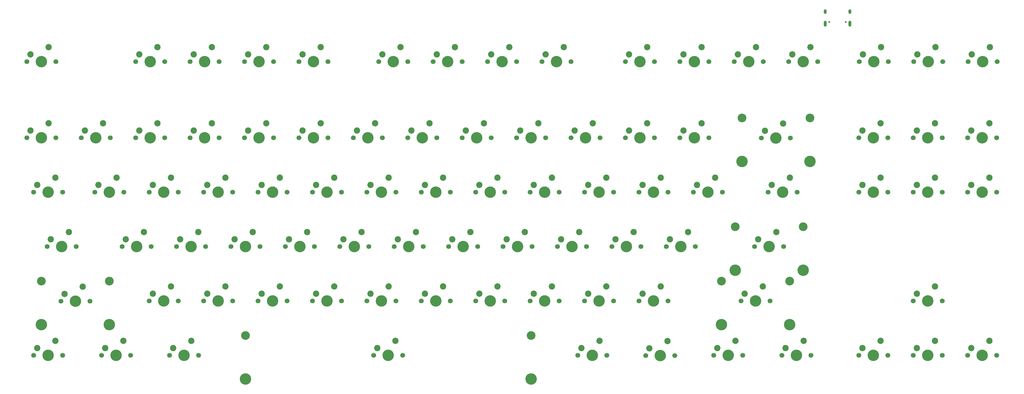
<source format=gts>
G04 #@! TF.GenerationSoftware,KiCad,Pcbnew,(6.0.10)*
G04 #@! TF.CreationDate,2023-01-01T01:58:12-05:00*
G04 #@! TF.ProjectId,2ndKeyboard,326e644b-6579-4626-9f61-72642e6b6963,rev?*
G04 #@! TF.SameCoordinates,Original*
G04 #@! TF.FileFunction,Soldermask,Top*
G04 #@! TF.FilePolarity,Negative*
%FSLAX46Y46*%
G04 Gerber Fmt 4.6, Leading zero omitted, Abs format (unit mm)*
G04 Created by KiCad (PCBNEW (6.0.10)) date 2023-01-01 01:58:12*
%MOMM*%
%LPD*%
G01*
G04 APERTURE LIST*
%ADD10C,1.700000*%
%ADD11C,4.000000*%
%ADD12C,2.200000*%
%ADD13C,3.050000*%
%ADD14C,0.650000*%
%ADD15O,1.000000X1.600000*%
%ADD16O,1.000000X2.100000*%
G04 APERTURE END LIST*
D10*
X141605000Y-82232500D03*
X131445000Y-82232500D03*
D11*
X136525000Y-82232500D03*
D12*
X139065000Y-77152500D03*
X132715000Y-79692500D03*
D10*
X221932500Y-63182500D03*
X232092500Y-63182500D03*
D11*
X227012500Y-63182500D03*
D12*
X229552500Y-58102500D03*
X223202500Y-60642500D03*
D10*
X298132500Y-36512500D03*
D11*
X303212500Y-36512500D03*
D10*
X308292500Y-36512500D03*
D12*
X305752500Y-31432500D03*
X299402500Y-33972500D03*
D11*
X127000000Y-101282500D03*
D10*
X132080000Y-101282500D03*
X121920000Y-101282500D03*
D12*
X129540000Y-96202500D03*
X123190000Y-98742500D03*
D11*
X365918750Y-63182500D03*
D10*
X370998750Y-63182500D03*
X360838750Y-63182500D03*
D12*
X368458750Y-58102500D03*
X362108750Y-60642500D03*
D10*
X198755000Y-82232500D03*
X188595000Y-82232500D03*
D11*
X193675000Y-82232500D03*
D12*
X196215000Y-77152500D03*
X189865000Y-79692500D03*
D11*
X131762500Y-36512500D03*
D10*
X136842500Y-36512500D03*
X126682500Y-36512500D03*
D12*
X134302500Y-31432500D03*
X127952500Y-33972500D03*
D10*
X112395000Y-120332500D03*
X122555000Y-120332500D03*
D11*
X117475000Y-120332500D03*
D12*
X120015000Y-115252500D03*
X113665000Y-117792500D03*
D10*
X274955000Y-120332500D03*
D11*
X269875000Y-120332500D03*
D10*
X264795000Y-120332500D03*
D12*
X272415000Y-115252500D03*
X266065000Y-117792500D03*
D10*
X236855000Y-82232500D03*
X226695000Y-82232500D03*
D11*
X231775000Y-82232500D03*
D12*
X234315000Y-77152500D03*
X227965000Y-79692500D03*
D10*
X324961250Y-139382500D03*
X314801250Y-139382500D03*
D11*
X319881250Y-139382500D03*
D12*
X322421250Y-134302500D03*
X316071250Y-136842500D03*
D10*
X352107500Y-36512500D03*
X341947500Y-36512500D03*
D11*
X347027500Y-36512500D03*
D12*
X349567500Y-31432500D03*
X343217500Y-33972500D03*
D11*
X150812500Y-36512500D03*
D10*
X145732500Y-36512500D03*
X155892500Y-36512500D03*
D12*
X153352500Y-31432500D03*
X147002500Y-33972500D03*
D11*
X246062500Y-63182500D03*
D10*
X251142500Y-63182500D03*
X240982500Y-63182500D03*
D12*
X248602500Y-58102500D03*
X242252500Y-60642500D03*
D11*
X112712500Y-36512500D03*
D10*
X117792500Y-36512500D03*
X107632500Y-36512500D03*
D12*
X115252500Y-31432500D03*
X108902500Y-33972500D03*
D10*
X360838750Y-139382500D03*
D11*
X365918750Y-139382500D03*
D10*
X370998750Y-139382500D03*
D12*
X368458750Y-134302500D03*
X362108750Y-136842500D03*
D10*
X160655000Y-82232500D03*
D11*
X155575000Y-82232500D03*
D10*
X150495000Y-82232500D03*
D12*
X158115000Y-77152500D03*
X151765000Y-79692500D03*
D11*
X235902500Y-36512500D03*
D10*
X240982500Y-36512500D03*
X230822500Y-36512500D03*
D12*
X238442500Y-31432500D03*
X232092500Y-33972500D03*
D11*
X197802500Y-36512500D03*
D10*
X192722500Y-36512500D03*
X202882500Y-36512500D03*
D12*
X200342500Y-31432500D03*
X193992500Y-33972500D03*
D10*
X301148750Y-139382500D03*
X290988750Y-139382500D03*
D11*
X296068750Y-139382500D03*
D12*
X298608750Y-134302500D03*
X292258750Y-136842500D03*
D10*
X86836250Y-139382500D03*
X76676250Y-139382500D03*
D11*
X81756250Y-139382500D03*
D12*
X84296250Y-134302500D03*
X77946250Y-136842500D03*
D11*
X131762500Y-63182500D03*
D10*
X136842500Y-63182500D03*
X126682500Y-63182500D03*
D12*
X134302500Y-58102500D03*
X127952500Y-60642500D03*
D10*
X117792500Y-63182500D03*
D11*
X112712500Y-63182500D03*
D10*
X107632500Y-63182500D03*
D12*
X115252500Y-58102500D03*
X108902500Y-60642500D03*
D10*
X274320000Y-101282500D03*
X284480000Y-101282500D03*
D11*
X279400000Y-101282500D03*
D12*
X281940000Y-96202500D03*
X275590000Y-98742500D03*
D10*
X255905000Y-82232500D03*
X245745000Y-82232500D03*
D11*
X250825000Y-82232500D03*
D12*
X253365000Y-77152500D03*
X247015000Y-79692500D03*
D11*
X105568750Y-139382500D03*
D10*
X100488750Y-139382500D03*
X110648750Y-139382500D03*
D12*
X108108750Y-134302500D03*
X101758750Y-136842500D03*
D11*
X260350000Y-101282500D03*
D10*
X265430000Y-101282500D03*
X255270000Y-101282500D03*
D12*
X262890000Y-96202500D03*
X256540000Y-98742500D03*
D11*
X117475000Y-82232500D03*
D10*
X112395000Y-82232500D03*
X122555000Y-82232500D03*
D12*
X120015000Y-77152500D03*
X113665000Y-79692500D03*
D11*
X384968750Y-139382500D03*
D10*
X390048750Y-139382500D03*
X379888750Y-139382500D03*
D12*
X387508750Y-134302500D03*
X381158750Y-136842500D03*
D10*
X279082500Y-36512500D03*
X289242500Y-36512500D03*
D11*
X284162500Y-36512500D03*
D12*
X286702500Y-31432500D03*
X280352500Y-33972500D03*
D10*
X140970000Y-101282500D03*
X151130000Y-101282500D03*
D11*
X146050000Y-101282500D03*
D12*
X148590000Y-96202500D03*
X142240000Y-98742500D03*
D10*
X93980000Y-101282500D03*
X83820000Y-101282500D03*
D11*
X88900000Y-101282500D03*
D12*
X91440000Y-96202500D03*
X85090000Y-98742500D03*
D11*
X107950000Y-101282500D03*
D10*
X102870000Y-101282500D03*
X113030000Y-101282500D03*
D12*
X110490000Y-96202500D03*
X104140000Y-98742500D03*
D11*
X136525000Y-120332500D03*
D10*
X141605000Y-120332500D03*
X131445000Y-120332500D03*
D12*
X139065000Y-115252500D03*
X132715000Y-117792500D03*
D10*
X341788750Y-82232500D03*
X351948750Y-82232500D03*
D11*
X346868750Y-82232500D03*
D12*
X349408750Y-77152500D03*
X343058750Y-79692500D03*
D10*
X236855000Y-120332500D03*
X226695000Y-120332500D03*
D11*
X231775000Y-120332500D03*
D12*
X234315000Y-115252500D03*
X227965000Y-117792500D03*
D10*
X294005000Y-82232500D03*
X283845000Y-82232500D03*
D11*
X288925000Y-82232500D03*
D12*
X291465000Y-77152500D03*
X285115000Y-79692500D03*
D11*
X366077500Y-36512500D03*
D10*
X371157500Y-36512500D03*
X360997500Y-36512500D03*
D12*
X368617500Y-31432500D03*
X362267500Y-33972500D03*
D11*
X322262500Y-36512500D03*
D10*
X327342500Y-36512500D03*
X317182500Y-36512500D03*
D12*
X324802500Y-31432500D03*
X318452500Y-33972500D03*
D10*
X98742500Y-36512500D03*
D11*
X93662500Y-36512500D03*
D10*
X88582500Y-36512500D03*
D12*
X96202500Y-31432500D03*
X89852500Y-33972500D03*
D10*
X160020000Y-101282500D03*
X170180000Y-101282500D03*
D11*
X165100000Y-101282500D03*
D12*
X167640000Y-96202500D03*
X161290000Y-98742500D03*
D10*
X188595000Y-120332500D03*
X198755000Y-120332500D03*
D11*
X193675000Y-120332500D03*
D12*
X196215000Y-115252500D03*
X189865000Y-117792500D03*
D10*
X198120000Y-101282500D03*
X208280000Y-101282500D03*
D11*
X203200000Y-101282500D03*
D12*
X205740000Y-96202500D03*
X199390000Y-98742500D03*
D10*
X174942500Y-63182500D03*
X164782500Y-63182500D03*
D11*
X169862500Y-63182500D03*
D12*
X172402500Y-58102500D03*
X166052500Y-60642500D03*
D11*
X212725000Y-82232500D03*
D10*
X217805000Y-82232500D03*
X207645000Y-82232500D03*
D12*
X215265000Y-77152500D03*
X208915000Y-79692500D03*
D10*
X390048750Y-63182500D03*
D11*
X384968750Y-63182500D03*
D10*
X379888750Y-63182500D03*
D12*
X387508750Y-58102500D03*
X381158750Y-60642500D03*
D10*
X145732500Y-63182500D03*
X155892500Y-63182500D03*
D11*
X150812500Y-63182500D03*
D12*
X153352500Y-58102500D03*
X147002500Y-60642500D03*
D10*
X264795000Y-82232500D03*
X274955000Y-82232500D03*
D11*
X269875000Y-82232500D03*
D12*
X272415000Y-77152500D03*
X266065000Y-79692500D03*
D10*
X179705000Y-120332500D03*
X169545000Y-120332500D03*
D11*
X174625000Y-120332500D03*
D12*
X177165000Y-115252500D03*
X170815000Y-117792500D03*
D11*
X55572500Y-128592500D03*
X67472500Y-120352500D03*
X79372500Y-128592500D03*
D13*
X55572500Y-113352500D03*
D10*
X62392500Y-120352500D03*
D13*
X79372500Y-113352500D03*
D10*
X72552500Y-120352500D03*
D12*
X70012500Y-115272500D03*
X63662500Y-117812500D03*
D11*
X93662500Y-63182500D03*
D10*
X88582500Y-63182500D03*
X98742500Y-63182500D03*
D12*
X96202500Y-58102500D03*
X89852500Y-60642500D03*
D10*
X160655000Y-120332500D03*
X150495000Y-120332500D03*
D11*
X155575000Y-120332500D03*
D12*
X158115000Y-115252500D03*
X151765000Y-117792500D03*
D10*
X69532500Y-63182500D03*
D11*
X74612500Y-63182500D03*
D10*
X79692500Y-63182500D03*
D12*
X77152500Y-58102500D03*
X70802500Y-60642500D03*
D10*
X103505000Y-120332500D03*
X93345000Y-120332500D03*
D11*
X98425000Y-120332500D03*
D12*
X100965000Y-115252500D03*
X94615000Y-117792500D03*
D11*
X222250000Y-101282500D03*
D10*
X217170000Y-101282500D03*
X227330000Y-101282500D03*
D12*
X224790000Y-96202500D03*
X218440000Y-98742500D03*
D11*
X57943750Y-139382500D03*
D10*
X63023750Y-139382500D03*
X52863750Y-139382500D03*
D12*
X60483750Y-134302500D03*
X54133750Y-136842500D03*
D10*
X84455000Y-82232500D03*
D11*
X79375000Y-82232500D03*
D10*
X74295000Y-82232500D03*
D12*
X81915000Y-77152500D03*
X75565000Y-79692500D03*
D11*
X365918750Y-120332500D03*
D10*
X370998750Y-120332500D03*
X360838750Y-120332500D03*
D12*
X368458750Y-115252500D03*
X362108750Y-117792500D03*
D10*
X57626250Y-101282500D03*
D11*
X62706250Y-101282500D03*
D10*
X67786250Y-101282500D03*
D12*
X65246250Y-96202500D03*
X58896250Y-98742500D03*
D10*
X320198750Y-82232500D03*
D11*
X315118750Y-82232500D03*
D10*
X310038750Y-82232500D03*
D12*
X317658750Y-77152500D03*
X311308750Y-79692500D03*
D10*
X270192500Y-36512500D03*
D11*
X265112500Y-36512500D03*
D10*
X260032500Y-36512500D03*
D12*
X267652500Y-31432500D03*
X261302500Y-33972500D03*
D10*
X50482500Y-36512500D03*
X60642500Y-36512500D03*
D11*
X55562500Y-36512500D03*
D12*
X58102500Y-31432500D03*
X51752500Y-33972500D03*
D10*
X360838750Y-82232500D03*
X370998750Y-82232500D03*
D11*
X365918750Y-82232500D03*
D12*
X368458750Y-77152500D03*
X362108750Y-79692500D03*
D11*
X127025300Y-147607300D03*
D13*
X127025300Y-132367300D03*
D11*
X227025300Y-147607300D03*
D10*
X182105300Y-139367300D03*
X171945300Y-139367300D03*
D11*
X177025300Y-139367300D03*
D13*
X227025300Y-132367300D03*
D12*
X179565300Y-134287300D03*
X173215300Y-136827300D03*
D11*
X174625000Y-82232500D03*
D10*
X179705000Y-82232500D03*
X169545000Y-82232500D03*
D12*
X177165000Y-77152500D03*
X170815000Y-79692500D03*
D11*
X384968750Y-82232500D03*
D10*
X390048750Y-82232500D03*
X379888750Y-82232500D03*
D12*
X387508750Y-77152500D03*
X381158750Y-79692500D03*
D10*
X217805000Y-120332500D03*
X207645000Y-120332500D03*
D11*
X212725000Y-120332500D03*
D12*
X215265000Y-115252500D03*
X208915000Y-117792500D03*
D11*
X188912500Y-63182500D03*
D10*
X193992500Y-63182500D03*
X183832500Y-63182500D03*
D12*
X191452500Y-58102500D03*
X185102500Y-60642500D03*
D10*
X351948750Y-139382500D03*
X341788750Y-139382500D03*
D11*
X346868750Y-139382500D03*
D12*
X349408750Y-134302500D03*
X343058750Y-136842500D03*
D11*
X207962500Y-63182500D03*
D10*
X202882500Y-63182500D03*
X213042500Y-63182500D03*
D12*
X210502500Y-58102500D03*
X204152500Y-60642500D03*
D10*
X63023750Y-82232500D03*
X52863750Y-82232500D03*
D11*
X57943750Y-82232500D03*
D12*
X60483750Y-77152500D03*
X54133750Y-79692500D03*
D10*
X211772500Y-36512500D03*
X221932500Y-36512500D03*
D11*
X216852500Y-36512500D03*
D12*
X219392500Y-31432500D03*
X213042500Y-33972500D03*
D10*
X243363750Y-139382500D03*
D11*
X248443750Y-139382500D03*
D10*
X253523750Y-139382500D03*
D12*
X250983750Y-134302500D03*
X244633750Y-136842500D03*
D11*
X293693750Y-128572500D03*
X305593750Y-120332500D03*
X317493750Y-128572500D03*
D13*
X293693750Y-113332500D03*
X317493750Y-113332500D03*
D10*
X310673750Y-120332500D03*
X300513750Y-120332500D03*
D12*
X308133750Y-115252500D03*
X301783750Y-117792500D03*
D10*
X270192500Y-63182500D03*
D11*
X265112500Y-63182500D03*
D10*
X260032500Y-63182500D03*
D12*
X267652500Y-58102500D03*
X261302500Y-60642500D03*
D10*
X317792100Y-63192700D03*
D13*
X324612100Y-56192700D03*
D11*
X324612100Y-71432700D03*
X300812100Y-71432700D03*
D13*
X300812100Y-56192700D03*
D10*
X307632100Y-63192700D03*
D11*
X312712100Y-63192700D03*
D12*
X315252100Y-58112700D03*
X308902100Y-60652700D03*
D10*
X380047500Y-36512500D03*
D11*
X385127500Y-36512500D03*
D10*
X390207500Y-36512500D03*
D12*
X387667500Y-31432500D03*
X381317500Y-33972500D03*
D10*
X50482500Y-63182500D03*
X60642500Y-63182500D03*
D11*
X55562500Y-63182500D03*
D12*
X58102500Y-58102500D03*
X51752500Y-60642500D03*
D10*
X277332500Y-139392500D03*
X267172500Y-139392500D03*
D11*
X272252500Y-139392500D03*
D12*
X274792500Y-134312500D03*
X268442500Y-136852500D03*
D11*
X346868750Y-63182500D03*
D10*
X341788750Y-63182500D03*
X351948750Y-63182500D03*
D12*
X349408750Y-58102500D03*
X343058750Y-60642500D03*
D11*
X250825000Y-120332500D03*
D10*
X245745000Y-120332500D03*
X255905000Y-120332500D03*
D12*
X253365000Y-115252500D03*
X247015000Y-117792500D03*
D10*
X236220000Y-101282500D03*
X246380000Y-101282500D03*
D11*
X241300000Y-101282500D03*
D12*
X243840000Y-96202500D03*
X237490000Y-98742500D03*
D11*
X284162500Y-63182500D03*
D10*
X279082500Y-63182500D03*
X289242500Y-63182500D03*
D12*
X286702500Y-58102500D03*
X280352500Y-60642500D03*
D11*
X184150000Y-101282500D03*
D10*
X179070000Y-101282500D03*
X189230000Y-101282500D03*
D12*
X186690000Y-96202500D03*
X180340000Y-98742500D03*
D10*
X183832500Y-36512500D03*
X173672500Y-36512500D03*
D11*
X178752500Y-36512500D03*
D12*
X181292500Y-31432500D03*
X174942500Y-33972500D03*
D13*
X322256250Y-94282500D03*
D11*
X310356250Y-101282500D03*
D13*
X298456250Y-94282500D03*
D10*
X305276250Y-101282500D03*
D11*
X322256250Y-109522500D03*
D10*
X315436250Y-101282500D03*
D11*
X298456250Y-109522500D03*
D12*
X312896250Y-96202500D03*
X306546250Y-98742500D03*
D11*
X98425000Y-82232500D03*
D10*
X103505000Y-82232500D03*
X93345000Y-82232500D03*
D12*
X100965000Y-77152500D03*
X94615000Y-79692500D03*
D14*
X331437500Y-22620000D03*
X337217500Y-22620000D03*
D15*
X330007500Y-18970000D03*
X338647500Y-18970000D03*
D16*
X330007500Y-23150000D03*
X338647500Y-23150000D03*
M02*

</source>
